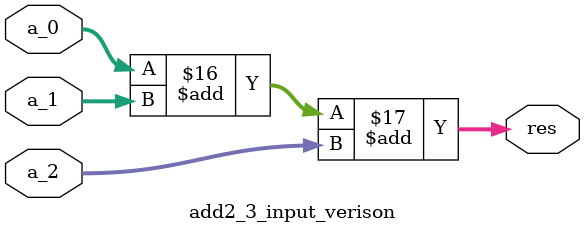
<source format=v>
`timescale 1ns / 1ps

/////////////////////////////////////////////*from inner_loop_new*//////////////////////////////////////

module inner_loop_new
#(parameter Size = 3072, Size_bi = 64, loop_round = 48)
(
	input clk,
	input rst_n,
	input [Size_bi-1:0] bi,
	input [Size+1:0] a,
	input en,
	output reg [Size+Size_bi+1:0] r0,// 3072+64 = 3136  3136+2=3138
	output reg [Size+Size_bi+1:0] r1,
	output en_out
    );
    wire [65:0] more = 2'b11*bi;
	wire [65:0] more_bit = a[3073]?more:66'b0;
	
	integer j,p,q,k;
	reg [2:0] cnt;
	
	reg [63:0] multi_a[15:0];
	// new 64*64 parameter part
	wire [31:0] multi_res_low_0[15:0],multi_res_low_1[15:0],multi_res_low_2[15:0],multi_res_low_3[15:0];
	wire [39:0] multi_res_high_0[15:0],multi_res_high_1[15:0],multi_res_high_2[15:0],multi_res_high_3[15:0],multi_res_high_4[15:0],multi_res_high_5[15:0],multi_res_high_6[15:0],multi_res_high_7[15:0];
	//original parameter is multi_res_X (X means order) eg:multi_res_0

	reg [31:0] add1_a_0[15:0], add1_a_1[15:0], add1_a_2[15:0], add1_a_3[15:0];
	reg [39:0] add1_a_4[15:0], add1_a_5[15:0], add1_a_6[15:0], add1_a_7[15:0],add1_a_8[15:0], add1_a_9[15:0], add1_a_10[15:0], add1_a_11[15:0];
	wire [127:0] add1_res_0[15:0],add1_res_1[15:0],add1_res_2[15:0];
	
	reg [127:0] add2_a_0[15:0], add2_a_1[15:0], add2_a_2[15:0];
	wire [127:0] add2_res[15:0];
	
	always @(posedge clk) begin
		if(~rst_n) begin
			cnt <= 3'd0;
			for(j=0;j<16;j=j+1) begin
				multi_a[j] <= 0;
			end
			for(p=0;p<16;p=p+1) begin
				add1_a_0[p] <= 0;
				add1_a_1[p] <= 0;
				add1_a_2[p] <= 0;
				add1_a_3[p] <= 0;
				add1_a_4[p] <= 0;
				add1_a_5[p] <= 0;
				add1_a_6[p] <= 0;
				add1_a_7[p] <= 0;
				add1_a_8[p] <= 0;
				add1_a_9[p] <= 0;
				add1_a_10[p] <= 0;
				add1_a_11[p] <= 0;
			end
			for(q=0;q<16;q=q+1) begin
				add2_a_0[q] <= 0;
				add2_a_1[q] <= 0;
				add2_a_2[q] <= 0;
				// add2_a_3[q] <= 0;
			end
	        r0 <= 0;
	        r1 <= 0;
		end
		else begin
		if(en) begin
			cnt <= 3'd1;
			for(j=0;j<16;j=j+1) begin
				multi_a[j] <= a[(64*j)+:64];
			end
		end
		if(cnt == 3'd1) begin
			cnt <= 3'd2;
			r0[3137:3072] <= more_bit;
			for(j=16;j<32;j=j+1) begin
				multi_a[j-16] <= a[(64*j)+:64];
			end
			for(p=0;p<16;p=p+1) begin
				add1_a_0[p] <= multi_res_low_0[p];
				add1_a_1[p] <= multi_res_low_1[p];
				add1_a_2[p] <= multi_res_low_2[p];
				add1_a_3[p] <= multi_res_low_3[p];
				add1_a_4[p] <= multi_res_high_0[p];
				add1_a_5[p] <= multi_res_high_1[p];
				add1_a_6[p] <= multi_res_high_2[p];
				add1_a_7[p] <= multi_res_high_3[p];
				add1_a_8[p] <= multi_res_high_4[p];
				add1_a_9[p] <= multi_res_high_5[p];
				add1_a_10[p] <= multi_res_high_6[p];
				add1_a_11[p] <= multi_res_high_7[p];
			end
		end
		else if(cnt == 3'd2) begin
			cnt <= 3'd3;
			for(j=32;j<48;j=j+1) begin
				multi_a[j-32] <= a[(64*j)+:64];
			end
			for(p=0;p<16;p=p+1) begin
				add1_a_0[p] <= multi_res_low_0[p];
				add1_a_1[p] <= multi_res_low_1[p];
				add1_a_2[p] <= multi_res_low_2[p];
				add1_a_3[p] <= multi_res_low_3[p];
				add1_a_4[p] <= multi_res_high_0[p];
				add1_a_5[p] <= multi_res_high_1[p];
				add1_a_6[p] <= multi_res_high_2[p];
				add1_a_7[p] <= multi_res_high_3[p];
				add1_a_8[p] <= multi_res_high_4[p];
				add1_a_9[p] <= multi_res_high_5[p];
				add1_a_10[p] <= multi_res_high_6[p];
				add1_a_11[p] <= multi_res_high_7[p];
			end
			for(q=0;q<16;q=q+1) begin
				add2_a_0[q] <= add1_res_0[q];
				add2_a_1[q] <= add1_res_1[q];
				add2_a_2[q] <= add1_res_2[q];
				// add2_a_3[q] <= add1_res_3[q];
			end
		end
		else if(cnt == 3'd3) begin
			cnt <= 3'd4;
			for(p=0;p<16;p=p+1) begin
				add1_a_0[p] <= multi_res_low_0[p];
				add1_a_1[p] <= multi_res_low_1[p];
				add1_a_2[p] <= multi_res_low_2[p];
				add1_a_3[p] <= multi_res_low_3[p];
				add1_a_4[p] <= multi_res_high_0[p];
				add1_a_5[p] <= multi_res_high_1[p];
				add1_a_6[p] <= multi_res_high_2[p];
				add1_a_7[p] <= multi_res_high_3[p];
				add1_a_8[p] <= multi_res_high_4[p];
				add1_a_9[p] <= multi_res_high_5[p];
				add1_a_10[p] <= multi_res_high_6[p];
				add1_a_11[p] <= multi_res_high_7[p];
			end
			for(q=0;q<16;q=q+1) begin
				add2_a_0[q] <= add1_res_0[q];
				add2_a_1[q] <= add1_res_1[q];
				add2_a_2[q] <= add1_res_2[q];
				// add2_a_3[q] <= add1_res_3[q];
			end
			for(k=0;k<16;k=k+1) begin
				r0[(64*k)+:64] <= add2_res[k][63:0];
				r1[(64*(k+1))+:64] <= add2_res[k][127:64];
			end
		end
		else if(cnt == 3'd4) begin
			cnt <= 3'd5;
			for(q=0;q<16;q=q+1) begin
				add2_a_0[q] <= add1_res_0[q];
				add2_a_1[q] <= add1_res_1[q];
				add2_a_2[q] <= add1_res_2[q];
				// add2_a_3[q] <= add1_res_3[q];
			end
			for(k=16;k<32;k=k+1) begin
				r0[(64*k)+:64] <= add2_res[k-16][63:0];
				r1[(64*(k+1))+:64] <= add2_res[k-16][127:64];
			end
		end
		else if(cnt == 3'd5) begin
			//cnt <= 3'd6;
			for(k=32;k<48;k=k+1) begin
				r0[(64*k)+:64] <= add2_res[k-32][63:0];
				r1[(64*(k+1))+:64] <= add2_res[k-32][127:64];
			end
		end
		//else if(cnt == 3'd6) begin
		  //cnt <= 3'd0;
		//end
	end
	end
	
	assign en_out = cnt == 3'd6;
	
	genvar i;
	generate
		for(i=0;i<16;i=i+1) begin
			multi_64_64 multi_n(multi_a[i], bi, multi_res_low_0[i], multi_res_low_1[i], multi_res_low_2[i], multi_res_low_3[i], multi_res_high_0[i], multi_res_high_1[i], multi_res_high_2[i], multi_res_high_3[i]
			, multi_res_high_4[i], multi_res_high_5[i], multi_res_high_6[i], multi_res_high_7[i]);
			add1 add1_n(add1_a_0[i], add1_a_1[i], add1_a_2[i], add1_a_3[i], add1_a_4[i], add1_a_5[i], add1_a_6[i], add1_a_7[i],
			add1_a_8[i], add1_a_9[i], add1_a_10[i], add1_a_11[i], add1_res_0[i],add1_res_1[i],add1_res_2[i]);
			add2_3_input_verison add2_n(add2_a_0[i], add2_a_1[i], add2_a_2[i], add2_res[i]);
		end
	endgenerate
endmodule

module multi_64_64(
	input [63:0] a,
	input [63:0] b,
	output [31:0] res_0,
	output [31:0] res_1,
	output [31:0] res_2,
	output [31:0] res_3,
	output [39:0] res_4,
	output [39:0] res_5,
	output [39:0] res_6,
	output [39:0] res_7,
	output [39:0] res_8,
	output [39:0] res_9,
	output [39:0] res_10,
	output [39:0] res_11
);
	wire [15:0] wire_a_low;
	wire [23:0] wire_a_high [1:0];
	wire [15:0] wire_b [3:0];
	assign wire_a_low = a[15:0];
	assign wire_a_high[0] = a[39:16];
	assign wire_a_high[1] = a[63:40];
	assign wire_b[0] = b[15:0];
	assign wire_b[1] = b[31:16];
	assign wire_b[2] = b[47:32];
	assign wire_b[3] = b[63:48];
	
	assign res_0 = wire_a_low*wire_b[0];
	assign res_1 = wire_a_low*wire_b[1];      
	assign res_2 = wire_a_low*wire_b[2];      
	assign res_3 = wire_a_low*wire_b[3];
	assign res_4 = wire_a_high[0]*wire_b[0];    
	assign res_5 = wire_a_high[0]*wire_b[1];    
	assign res_6 = wire_a_high[0]*wire_b[2];    
	assign res_7 = wire_a_high[0]*wire_b[3];
	assign res_8 = wire_a_high[1]*wire_b[0];    
	assign res_9 = wire_a_high[1]*wire_b[1];    
	assign res_10 = wire_a_high[1]*wire_b[2];  
	assign res_11 = wire_a_high[1]*wire_b[3];
endmodule

module add1(
	input [31:0] a_0,
	input [31:0] a_1,
	input [31:0] a_2,
	input [31:0] a_3,
	input [39:0] a_4,
	input [39:0] a_5,
	input [39:0] a_6,
	input [39:0] a_7,
	input [39:0] a_8,
	input [39:0] a_9,
	input [39:0] a_10,
	input [39:0] a_11,
	//original part 16*4
	// input [31:0] a_12,
	// input [31:0] a_13,
	// input [31:0] a_14,
	// input [31:0] a_15,
	output [127:0] res_0,
	output [127:0] res_1,
	output [127:0] res_2
);
	wire [127:0] a_0_w = {96'b0,a_0};
	wire [127:0] a_1_w = {80'b0,a_1,16'b0};
	wire [127:0] a_2_w = {64'b0,a_2,32'b0};
	wire [127:0] a_3_w = {48'b0,a_3,48'b0};
	wire [127:0] a_4_w = {72'b0,a_4,16'b0};
	wire [127:0] a_5_w = {56'b0,a_5,32'b0};
	wire [127:0] a_6_w = {40'b0,a_6,48'b0};
	wire [127:0] a_7_w = {24'b0,a_7,64'b0};
	wire [127:0] a_8_w = {48'b0,a_8,40'b0};
	wire [127:0] a_9_w = {32'b0,a_9,56'b0};
	wire [127:0] a_10_w = {16'b0,a_10,72'b0};
	wire [127:0] a_11_w = {a_11,88'b0};
	// wire [127:0] a_12_w = {48'b0,a_12,48'b0};
	// wire [127:0] a_13_w = {32'b0,a_13,64'b0};
	// wire [127:0] a_14_w = {16'b0,a_14,80'b0};
	// wire [127:0] a_15_w = {a_15,96'b0};
	add2 add2_0(a_0_w,a_1_w,a_2_w,a_3_w,res_0);
	add2 add2_1(a_4_w,a_5_w,a_6_w,a_7_w,res_1);
	add2 add2_2(a_8_w,a_9_w,a_10_w,a_11_w,res_2);
	// add2 add2_3(a_12_w,a_13_w,a_14_w,a_15_w,res_3);
endmodule

module add2(
	input [127:0] a_0,
	input [127:0] a_1,
	input [127:0] a_2,
	input [127:0] a_3,
	output [127:0] res
);
	assign res = a_0+a_1+a_2+a_3;
endmodule

module add2_3_input_verison(
	input [127:0] a_0,
	input [127:0] a_1,
	input [127:0] a_2,
	output [127:0] res
);
	assign res = a_0+a_1+a_2;
endmodule

</source>
